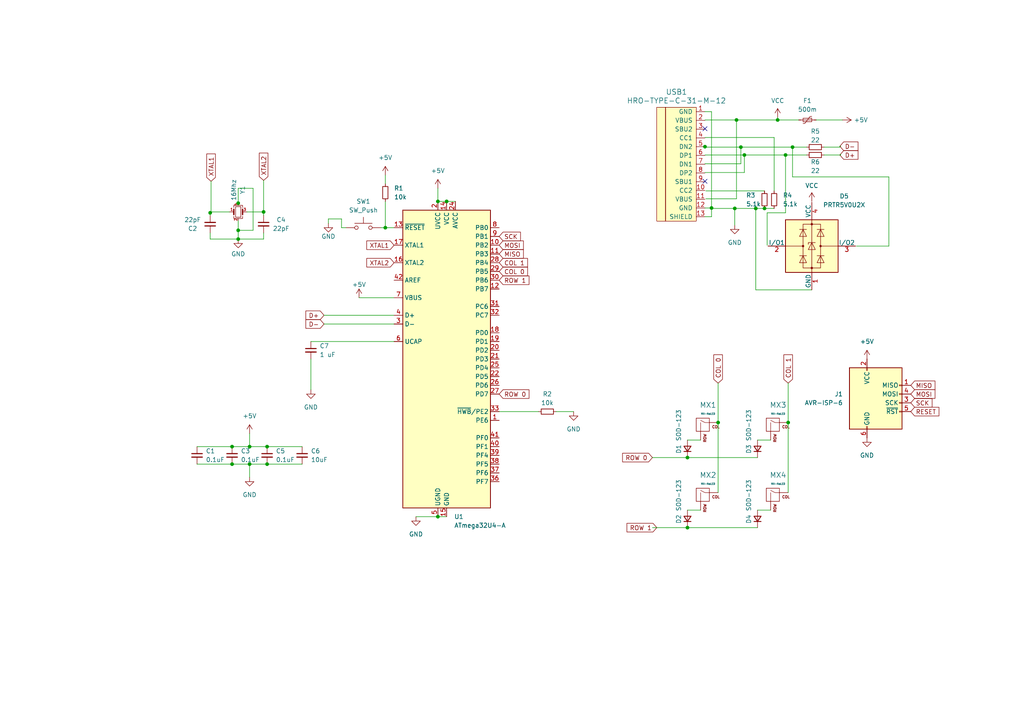
<source format=kicad_sch>
(kicad_sch (version 20230121) (generator eeschema)
  (paper "A4")
  (lib_symbols
    (symbol "Connector:AVR-ISP-6" (pin_names (offset 1.016))
      (property "Reference" "J" (at -6.35 11.43 0))
      (property "Value" "AVR-ISP-6" (at 0 11.43 0))
      (symbol "AVR-ISP-6_0_1"
        (rectangle (start -2.667 -6.858) (end -2.413 -7.62))
        (rectangle (start -2.667 10.16) (end -2.413 9.398))
        (rectangle (start 7.62 -2.413) (end 6.858 -2.667))
        (rectangle (start 7.62 0.127) (end 6.858 -0.127))
        (rectangle (start 7.62 2.667) (end 6.858 2.413))
        (rectangle (start 7.62 5.207) (end 6.858 4.953))
        (rectangle (start 7.62 10.16) (end -7.62 -7.62) (stroke (width 0.254)) (fill (type background)))
      )
      (symbol "AVR-ISP-6_1_1"
        (pin passive line (at 10.16 5.08 180) (length 2.54) (name "MISO") (number "1"))
        (pin passive line (at -2.54 12.7 270) (length 2.54) (name "VCC") (number "2"))
        (pin passive line (at 10.16 0 180) (length 2.54) (name "SCK") (number "3"))
        (pin passive line (at 10.16 2.54 180) (length 2.54) (name "MOSI") (number "4"))
        (pin passive line (at 10.16 -2.54 180) (length 2.54) (name "~{RST}") (number "5"))
        (pin passive line (at -2.54 -10.16 90) (length 2.54) (name "GND") (number "6"))
      )
    )
    (symbol "Device:C_Small" (pin_numbers hide) (pin_names (offset 0.254) hide)
      (property "Reference" "C" (at 0.254 1.778 0))
      (property "Value" "C_Small" (at 0.254 -2.032 0))
      (symbol "C_Small_0_1"
        (polyline (pts (xy -1.524 -0.508) (xy 1.524 -0.508)) (stroke (width 0.3302)))
        (polyline (pts (xy -1.524 0.508) (xy 1.524 0.508)) (stroke (width 0.3048)))
      )
      (symbol "C_Small_1_1"
        (pin passive line (at 0 2.54 270) (length 2.032) (name "~") (number "1"))
        (pin passive line (at 0 -2.54 90) (length 2.032) (name "~") (number "2"))
      )
    )
    (symbol "Device:Crystal_GND24_Small" (pin_names (offset 1.016) hide)
      (property "Reference" "Y" (at 1.27 4.445 0))
      (property "Value" "Crystal_GND24_Small" (at 1.27 2.54 0))
      (symbol "Crystal_GND24_Small_0_1"
        (rectangle (start -0.762 -1.524) (end 0.762 1.524))
        (polyline (pts (xy -1.27 -0.762) (xy -1.27 0.762)) (stroke (width 0.381)))
        (polyline (pts (xy 1.27 -0.762) (xy 1.27 0.762)) (stroke (width 0.381)))
        (polyline (pts (xy -1.27 -1.27) (xy -1.27 -1.905) (xy 1.27 -1.905) (xy 1.27 -1.27)))
        (polyline (pts (xy -1.27 1.27) (xy -1.27 1.905) (xy 1.27 1.905) (xy 1.27 1.27)))
      )
      (symbol "Crystal_GND24_Small_1_1"
        (pin passive line (at -2.54 0 0) (length 1.27) (name "1") (number "1"))
        (pin passive line (at 0 -2.54 90) (length 0.635) (name "2") (number "2"))
        (pin passive line (at 2.54 0 180) (length 1.27) (name "3") (number "3"))
        (pin passive line (at 0 2.54 270) (length 0.635) (name "4") (number "4"))
      )
    )
    (symbol "Device:D_Small" (pin_numbers hide) (pin_names (offset 0.254) hide)
      (property "Reference" "D" (at -1.27 2.032 0))
      (property "Value" "D_Small" (at -3.81 -2.032 0))
      (symbol "D_Small_0_1"
        (polyline (pts (xy -0.762 -1.016) (xy -0.762 1.016)) (stroke (width 0.254)))
        (polyline (pts (xy -0.762 0) (xy 0.762 0)))
        (polyline (pts (xy 0.762 -1.016) (xy -0.762 0) (xy 0.762 1.016) (xy 0.762 -1.016)) (stroke (width 0.254)))
      )
      (symbol "D_Small_1_1"
        (pin passive line (at -2.54 0 0) (length 1.778) (name "K") (number "1"))
        (pin passive line (at 2.54 0 180) (length 1.778) (name "A") (number "2"))
      )
    )
    (symbol "Device:Polyfuse_Small" (pin_numbers hide) (pin_names (offset 0))
      (property "Reference" "F" (at -1.905 0 90))
      (property "Value" "Polyfuse_Small" (at 1.905 0 90))
      (symbol "Polyfuse_Small_0_1"
        (rectangle (start -0.508 1.27) (end 0.508 -1.27))
        (polyline (pts (xy 0 2.54) (xy 0 -2.54)))
        (polyline (pts (xy -1.016 1.27) (xy -1.016 0.762) (xy 1.016 -0.762) (xy 1.016 -1.27)))
      )
      (symbol "Polyfuse_Small_1_1"
        (pin passive line (at 0 2.54 270) (length 0.635) (name "~") (number "1"))
        (pin passive line (at 0 -2.54 90) (length 0.635) (name "~") (number "2"))
      )
    )
    (symbol "Device:R_Small" (pin_numbers hide) (pin_names (offset 0.254) hide)
      (property "Reference" "R" (at 0.762 0.508 0))
      (property "Value" "R_Small" (at 0.762 -1.016 0))
      (symbol "R_Small_0_1"
        (rectangle (start -0.762 1.778) (end 0.762 -1.778) (stroke (width 0.2032)))
      )
      (symbol "R_Small_1_1"
        (pin passive line (at 0 2.54 270) (length 0.762) (name "~") (number "1"))
        (pin passive line (at 0 -2.54 90) (length 0.762) (name "~") (number "2"))
      )
    )
    (symbol "MCU_Microchip_ATmega:ATmega32U4-A"
      (property "Reference" "U" (at -12.7 44.45 0))
      (property "Value" "ATmega32U4-A" (at 2.54 -44.45 0))
      (symbol "ATmega32U4-A_0_1"
        (rectangle (start -12.7 -43.18) (end 12.7 43.18) (stroke (width 0.254)) (fill (type background)))
      )
      (symbol "ATmega32U4-A_1_1"
        (pin bidirectional line (at 15.24 -17.78 180) (length 2.54) (name "PE6") (number "1"))
        (pin bidirectional line (at 15.24 33.02 180) (length 2.54) (name "PB2") (number "10"))
        (pin bidirectional line (at 15.24 30.48 180) (length 2.54) (name "PB3") (number "11"))
        (pin bidirectional line (at 15.24 20.32 180) (length 2.54) (name "PB7") (number "12"))
        (pin input line (at -15.24 38.1 0) (length 2.54) (name "~{RESET}") (number "13"))
        (pin power_in line (at 0 45.72 270) (length 2.54) (name "VCC") (number "14"))
        (pin power_in line (at 0 -45.72 90) (length 2.54) (name "GND") (number "15"))
        (pin output line (at -15.24 27.94 0) (length 2.54) (name "XTAL2") (number "16"))
        (pin input line (at -15.24 33.02 0) (length 2.54) (name "XTAL1") (number "17"))
        (pin bidirectional line (at 15.24 7.62 180) (length 2.54) (name "PD0") (number "18"))
        (pin bidirectional line (at 15.24 5.08 180) (length 2.54) (name "PD1") (number "19"))
        (pin power_in line (at -2.54 45.72 270) (length 2.54) (name "UVCC") (number "2"))
        (pin bidirectional line (at 15.24 2.54 180) (length 2.54) (name "PD2") (number "20"))
        (pin bidirectional line (at 15.24 0 180) (length 2.54) (name "PD3") (number "21"))
        (pin bidirectional line (at 15.24 -5.08 180) (length 2.54) (name "PD5") (number "22"))
        (pin passive line (at 0 -45.72 90) (length 2.54) hide (name "GND") (number "23"))
        (pin power_in line (at 2.54 45.72 270) (length 2.54) (name "AVCC") (number "24"))
        (pin bidirectional line (at 15.24 -2.54 180) (length 2.54) (name "PD4") (number "25"))
        (pin bidirectional line (at 15.24 -7.62 180) (length 2.54) (name "PD6") (number "26"))
        (pin bidirectional line (at 15.24 -10.16 180) (length 2.54) (name "PD7") (number "27"))
        (pin bidirectional line (at 15.24 27.94 180) (length 2.54) (name "PB4") (number "28"))
        (pin bidirectional line (at 15.24 25.4 180) (length 2.54) (name "PB5") (number "29"))
        (pin bidirectional line (at -15.24 10.16 0) (length 2.54) (name "D-") (number "3"))
        (pin bidirectional line (at 15.24 22.86 180) (length 2.54) (name "PB6") (number "30"))
        (pin bidirectional line (at 15.24 15.24 180) (length 2.54) (name "PC6") (number "31"))
        (pin bidirectional line (at 15.24 12.7 180) (length 2.54) (name "PC7") (number "32"))
        (pin bidirectional line (at 15.24 -15.24 180) (length 2.54) (name "~{HWB}/PE2") (number "33"))
        (pin passive line (at 0 45.72 270) (length 2.54) hide (name "VCC") (number "34"))
        (pin passive line (at 0 -45.72 90) (length 2.54) hide (name "GND") (number "35"))
        (pin bidirectional line (at 15.24 -35.56 180) (length 2.54) (name "PF7") (number "36"))
        (pin bidirectional line (at 15.24 -33.02 180) (length 2.54) (name "PF6") (number "37"))
        (pin bidirectional line (at 15.24 -30.48 180) (length 2.54) (name "PF5") (number "38"))
        (pin bidirectional line (at 15.24 -27.94 180) (length 2.54) (name "PF4") (number "39"))
        (pin bidirectional line (at -15.24 12.7 0) (length 2.54) (name "D+") (number "4"))
        (pin bidirectional line (at 15.24 -25.4 180) (length 2.54) (name "PF1") (number "40"))
        (pin bidirectional line (at 15.24 -22.86 180) (length 2.54) (name "PF0") (number "41"))
        (pin passive line (at -15.24 22.86 0) (length 2.54) (name "AREF") (number "42"))
        (pin passive line (at 0 -45.72 90) (length 2.54) hide (name "GND") (number "43"))
        (pin passive line (at 2.54 45.72 270) (length 2.54) hide (name "AVCC") (number "44"))
        (pin passive line (at -2.54 -45.72 90) (length 2.54) (name "UGND") (number "5"))
        (pin passive line (at -15.24 5.08 0) (length 2.54) (name "UCAP") (number "6"))
        (pin input line (at -15.24 17.78 0) (length 2.54) (name "VBUS") (number "7"))
        (pin bidirectional line (at 15.24 38.1 180) (length 2.54) (name "PB0") (number "8"))
        (pin bidirectional line (at 15.24 35.56 180) (length 2.54) (name "PB1") (number "9"))
      )
    )
    (symbol "MX_Alps_Hybrid:MX-NoLED" (pin_names (offset 1.016))
      (property "Reference" "MX" (at -0.635 3.81 0))
      (property "Value" "MX-NoLED" (at -0.635 1.27 0))
      (symbol "MX-NoLED_0_0"
        (rectangle (start -2.54 2.54) (end 1.27 -1.27))
        (polyline (pts (xy -1.27 -1.27) (xy -1.27 1.27)) (stroke (width 0.127)))
        (polyline (pts (xy 1.27 1.27) (xy 0 1.27) (xy -1.27 1.905)) (stroke (width 0.127)))
        (text "COL" (at 3.175 0 0) (effects (font (size 0.762 0.762))))
        (text "ROW" (at 0 -1.905 900) (effects (font (size 0.762 0.762)) (justify right)))
      )
      (symbol "MX-NoLED_1_1"
        (pin passive line (at 3.81 1.27 180) (length 2.54) (name "COL") (number "1"))
        (pin passive line (at -1.27 -3.81 90) (length 2.54) (name "ROW") (number "2"))
      )
    )
    (symbol "Power_Protection:PRTR5V0U2X" (pin_names (offset 0))
      (property "Reference" "D" (at 2.794 8.636 0))
      (property "Value" "PRTR5V0U2X" (at 8.128 -9.398 0))
      (symbol "PRTR5V0U2X_0_1"
        (rectangle (start -7.62 -7.62) (end 7.62 7.62) (stroke (width 0.254)) (fill (type background)))
        (circle (center -2.54 0) (radius 0.254) (fill (type outline)))
        (rectangle (start -2.54 6.35) (end 2.54 -6.35))
        (circle (center 0 -6.35) (radius 0.254) (fill (type outline)))
        (polyline (pts (xy -2.54 0) (xy -7.62 0)))
        (polyline (pts (xy -1.524 -2.794) (xy -3.556 -2.794)))
        (polyline (pts (xy -1.524 4.826) (xy -3.556 4.826)))
        (polyline (pts (xy 0 -7.62) (xy 0 7.62)))
        (polyline (pts (xy 1.524 -2.794) (xy 3.556 -2.794)))
        (polyline (pts (xy 1.524 4.826) (xy 3.556 4.826)))
        (polyline (pts (xy 2.54 0) (xy 7.62 0)))
        (polyline (pts (xy 1.016 1.016) (xy -1.016 1.016) (xy -1.016 0.508)))
        (polyline (pts (xy -3.556 -4.826) (xy -1.524 -4.826) (xy -2.54 -2.794) (xy -3.556 -4.826)))
        (polyline (pts (xy -3.556 2.794) (xy -1.524 2.794) (xy -2.54 4.826) (xy -3.556 2.794)))
        (polyline (pts (xy -1.016 -1.016) (xy 1.016 -1.016) (xy 0 1.016) (xy -1.016 -1.016)))
        (polyline (pts (xy 3.556 -4.826) (xy 1.524 -4.826) (xy 2.54 -2.794) (xy 3.556 -4.826)))
        (polyline (pts (xy 3.556 2.794) (xy 1.524 2.794) (xy 2.54 4.826) (xy 3.556 2.794)))
        (circle (center 0 6.35) (radius 0.254) (fill (type outline)))
        (circle (center 2.54 0) (radius 0.254) (fill (type outline)))
      )
      (symbol "PRTR5V0U2X_1_1"
        (pin passive line (at 0 -12.7 90) (length 5.08) (name "GND") (number "1"))
        (pin passive line (at -12.7 0 0) (length 5.08) (name "I/O1") (number "2"))
        (pin passive line (at 12.7 0 180) (length 5.08) (name "I/O2") (number "3"))
        (pin passive line (at 0 12.7 270) (length 5.08) (name "VCC") (number "4"))
      )
    )
    (symbol "Switch:SW_Push" (pin_numbers hide) (pin_names (offset 1.016) hide)
      (property "Reference" "SW" (at 1.27 2.54 0))
      (property "Value" "SW_Push" (at 0 -1.524 0))
      (symbol "SW_Push_0_1"
        (circle (center -2.032 0) (radius 0.508))
        (polyline (pts (xy 0 1.27) (xy 0 3.048)))
        (polyline (pts (xy 2.54 1.27) (xy -2.54 1.27)))
        (circle (center 2.032 0) (radius 0.508))
        (pin passive line (at -5.08 0 0) (length 2.54) (name "1") (number "1"))
        (pin passive line (at 5.08 0 180) (length 2.54) (name "2") (number "2"))
      )
    )
    (symbol "Type-C:HRO-TYPE-C-31-M-12" (pin_names (offset 1.016))
      (property "Reference" "USB" (at -5.08 16.51 0))
      (property "Value" "HRO-TYPE-C-31-M-12" (at -10.16 -1.27 90))
      (symbol "HRO-TYPE-C-31-M-12_0_1"
        (rectangle (start -11.43 15.24) (end -8.89 -17.78) (fill (type background)))
        (rectangle (start 0 -17.78) (end -8.89 15.24) (fill (type background)))
      )
      (symbol "HRO-TYPE-C-31-M-12_1_1"
        (pin input line (at 2.54 13.97 180) (length 2.54) (name "GND") (number "1"))
        (pin input line (at 2.54 -8.89 180) (length 2.54) (name "CC2") (number "10"))
        (pin input line (at 2.54 -11.43 180) (length 2.54) (name "VBUS") (number "11"))
        (pin input line (at 2.54 -13.97 180) (length 2.54) (name "GND") (number "12"))
        (pin input line (at 2.54 -16.51 180) (length 2.54) (name "SHIELD") (number "13"))
        (pin input line (at 2.54 11.43 180) (length 2.54) (name "VBUS") (number "2"))
        (pin input line (at 2.54 8.89 180) (length 2.54) (name "SBU2") (number "3"))
        (pin input line (at 2.54 6.35 180) (length 2.54) (name "CC1") (number "4"))
        (pin input line (at 2.54 3.81 180) (length 2.54) (name "DN2") (number "5"))
        (pin input line (at 2.54 1.27 180) (length 2.54) (name "DP1") (number "6"))
        (pin input line (at 2.54 -1.27 180) (length 2.54) (name "DN1") (number "7"))
        (pin input line (at 2.54 -3.81 180) (length 2.54) (name "DP2") (number "8"))
        (pin input line (at 2.54 -6.35 180) (length 2.54) (name "SBU1") (number "9"))
      )
    )
    (symbol "power:+5V" (power) (pin_names (offset 0))
      (property "Value" "+5V" (at 0 3.556 0))
      (symbol "+5V_0_1"
        (polyline (pts (xy -0.762 1.27) (xy 0 2.54)))
        (polyline (pts (xy 0 0) (xy 0 2.54)))
        (polyline (pts (xy 0 2.54) (xy 0.762 1.27)))
      )
      (symbol "+5V_1_1"
        (pin power_in line (at 0 0 90) (length 0) hide (name "+5V") (number "1"))
      )
    )
    (symbol "power:GND" (power) (pin_names (offset 0))
      (property "Value" "GND" (at 0 -3.81 0))
      (symbol "GND_0_1"
        (polyline (pts (xy 0 0) (xy 0 -1.27) (xy 1.27 -1.27) (xy 0 -2.54) (xy -1.27 -1.27) (xy 0 -1.27)))
      )
      (symbol "GND_1_1"
        (pin power_in line (at 0 0 270) (length 0) hide (name "GND") (number "1"))
      )
    )
    (symbol "power:VCC" (power) (pin_names (offset 0))
      (property "Value" "VCC" (at 0 3.81 0))
      (symbol "VCC_0_1"
        (polyline (pts (xy -0.762 1.27) (xy 0 2.54)))
        (polyline (pts (xy 0 0) (xy 0 2.54)))
        (polyline (pts (xy 0 2.54) (xy 0.762 1.27)))
      )
      (symbol "VCC_1_1"
        (pin power_in line (at 0 0 90) (length 0) hide (name "VCC") (number "1"))
      )
    )
  )
  (junction (at 69.088 69.342))
  (junction (at 219.202 60.452))
  (junction (at 72.39 129.54))
  (junction (at 221.742 60.452))
  (junction (at 129.54 58.42))
  (junction (at 77.47 129.54))
  (junction (at 199.39 132.715))
  (junction (at 229.87 42.672))
  (junction (at 111.76 66.04))
  (junction (at 77.47 134.62))
  (junction (at 67.31 134.62))
  (junction (at 199.39 153.035))
  (junction (at 76.454 61.468))
  (junction (at 214.884 42.672))
  (junction (at 69.088 66.802))
  (junction (at 67.31 129.54))
  (junction (at 206.375 60.325))
  (junction (at 227.838 44.958))
  (junction (at 72.39 134.62))
  (junction (at 225.552 34.798))
  (junction (at 69.088 58.928))
  (junction (at 215.9 44.958))
  (junction (at 127 149.86))
  (junction (at 60.96 61.722))
  (junction (at 127 58.42))
  (junction (at 228.6 122.555))
  (junction (at 213.614 34.798))
  (junction (at 204.47 42.545))
  (junction (at 213.106 60.452))
  (junction (at 208.28 122.555))
  (no_connect (at 204.47 37.338))
  (no_connect (at 204.47 52.578))
  (wire (pts (xy 189.23 132.715) (xy 199.39 132.715)))
  (wire (pts (xy 219.71 127.635) (xy 223.52 127.635)))
  (wire (pts (xy 204.47 42.672) (xy 214.884 42.672)))
  (wire (pts (xy 248.412 71.374) (xy 257.81 71.374)))
  (wire (pts (xy 213.614 57.658) (xy 213.614 34.798)))
  (wire (pts (xy 239.014 42.672) (xy 243.586 42.672)))
  (wire (pts (xy 204.47 60.325) (xy 206.375 60.325)))
  (wire (pts (xy 57.15 129.54) (xy 67.31 129.54)))
  (wire (pts (xy 204.47 42.418) (xy 204.47 42.545)))
  (wire (pts (xy 66.548 61.468) (xy 60.96 61.468)))
  (wire (pts (xy 57.15 134.62) (xy 67.31 134.62)))
  (wire (pts (xy 69.088 58.928) (xy 69.088 54.61)))
  (wire (pts (xy 127 54.61) (xy 127 58.42)))
  (wire (pts (xy 229.87 42.672) (xy 233.934 42.672)))
  (wire (pts (xy 189.23 153.035) (xy 199.39 153.035)))
  (wire (pts (xy 199.39 153.035) (xy 219.71 153.035)))
  (wire (pts (xy 221.742 60.452) (xy 219.202 60.452)))
  (wire (pts (xy 120.65 149.86) (xy 127 149.86)))
  (wire (pts (xy 144.78 119.38) (xy 156.21 119.38)))
  (wire (pts (xy 93.98 91.44) (xy 114.3 91.44)))
  (wire (pts (xy 204.47 44.958) (xy 215.9 44.958)))
  (wire (pts (xy 225.552 34.798) (xy 231.648 34.798)))
  (wire (pts (xy 69.088 69.342) (xy 76.454 69.342)))
  (wire (pts (xy 69.088 64.008) (xy 69.088 66.802)))
  (wire (pts (xy 204.47 42.545) (xy 204.47 42.672)))
  (wire (pts (xy 69.088 54.61) (xy 73.406 54.61)))
  (wire (pts (xy 229.87 51.308) (xy 229.87 42.672)))
  (wire (pts (xy 243.586 42.418) (xy 243.84 42.418)))
  (wire (pts (xy 243.84 44.704) (xy 243.84 44.958)))
  (wire (pts (xy 72.39 134.62) (xy 77.47 134.62)))
  (wire (pts (xy 127 58.42) (xy 129.54 58.42)))
  (wire (pts (xy 225.552 34.798) (xy 225.552 34.036)))
  (wire (pts (xy 61.214 61.722) (xy 60.96 61.722)))
  (wire (pts (xy 72.39 125.73) (xy 72.39 129.54)))
  (wire (pts (xy 111.76 50.8) (xy 111.76 53.34)))
  (wire (pts (xy 219.202 60.452) (xy 213.106 60.452)))
  (wire (pts (xy 222.504 71.12) (xy 222.504 61.722)))
  (wire (pts (xy 72.39 129.54) (xy 77.47 129.54)))
  (wire (pts (xy 206.375 32.385) (xy 206.375 60.325)))
  (wire (pts (xy 204.47 32.385) (xy 206.375 32.385)))
  (wire (pts (xy 204.47 39.878) (xy 224.536 39.878)))
  (wire (pts (xy 69.088 66.802) (xy 69.088 69.342)))
  (wire (pts (xy 221.742 60.452) (xy 221.742 60.706)))
  (wire (pts (xy 227.838 61.722) (xy 227.838 44.958)))
  (wire (pts (xy 76.454 61.468) (xy 76.454 62.484)))
  (wire (pts (xy 60.96 67.564) (xy 60.96 69.342)))
  (wire (pts (xy 204.47 34.798) (xy 213.614 34.798)))
  (wire (pts (xy 72.39 134.62) (xy 72.39 138.43)))
  (wire (pts (xy 76.454 67.564) (xy 76.454 69.342)))
  (wire (pts (xy 73.406 54.61) (xy 73.406 66.802)))
  (wire (pts (xy 93.98 93.98) (xy 114.3 93.98)))
  (wire (pts (xy 222.504 61.722) (xy 227.838 61.722)))
  (wire (pts (xy 90.17 104.14) (xy 90.17 113.03)))
  (wire (pts (xy 214.884 42.672) (xy 214.884 47.498)))
  (wire (pts (xy 227.838 44.958) (xy 233.934 44.958)))
  (wire (pts (xy 110.49 66.04) (xy 111.76 66.04)))
  (wire (pts (xy 199.39 132.715) (xy 219.71 132.715)))
  (wire (pts (xy 213.614 34.798) (xy 225.552 34.798)))
  (wire (pts (xy 77.47 129.54) (xy 87.63 129.54)))
  (wire (pts (xy 204.724 55.372) (xy 221.742 55.372)))
  (wire (pts (xy 236.728 34.798) (xy 244.348 34.798)))
  (wire (pts (xy 67.31 134.62) (xy 72.39 134.62)))
  (wire (pts (xy 224.536 39.878) (xy 224.536 55.372)))
  (wire (pts (xy 95.25 63.5) (xy 95.25 64.77)))
  (wire (pts (xy 214.884 42.672) (xy 229.87 42.672)))
  (wire (pts (xy 206.375 60.325) (xy 206.375 62.865)))
  (wire (pts (xy 224.536 60.452) (xy 221.996 60.452)))
  (wire (pts (xy 69.088 59.182) (xy 69.088 58.928)))
  (wire (pts (xy 213.106 65.278) (xy 213.106 60.452)))
  (wire (pts (xy 204.47 47.498) (xy 214.884 47.498)))
  (wire (pts (xy 204.47 62.865) (xy 206.375 62.865)))
  (wire (pts (xy 215.9 44.958) (xy 227.838 44.958)))
  (wire (pts (xy 99.06 66.04) (xy 99.06 63.5)))
  (wire (pts (xy 127 149.86) (xy 129.54 149.86)))
  (wire (pts (xy 243.586 42.672) (xy 243.586 42.418)))
  (wire (pts (xy 219.71 147.955) (xy 223.52 147.955)))
  (wire (pts (xy 257.81 71.374) (xy 257.81 51.308)))
  (wire (pts (xy 199.39 147.955) (xy 203.2 147.955)))
  (wire (pts (xy 219.202 60.452) (xy 219.202 84.074)))
  (wire (pts (xy 60.96 61.722) (xy 60.96 62.484)))
  (wire (pts (xy 208.28 111.125) (xy 208.28 122.555)))
  (wire (pts (xy 257.81 51.308) (xy 229.87 51.308)))
  (wire (pts (xy 100.33 66.04) (xy 99.06 66.04)))
  (wire (pts (xy 204.47 50.038) (xy 215.9 50.038)))
  (wire (pts (xy 77.47 134.62) (xy 87.63 134.62)))
  (wire (pts (xy 71.628 61.468) (xy 76.454 61.468)))
  (wire (pts (xy 90.17 99.06) (xy 114.3 99.06)))
  (wire (pts (xy 111.76 58.42) (xy 111.76 66.04)))
  (wire (pts (xy 215.9 50.038) (xy 215.9 44.958)))
  (wire (pts (xy 239.014 44.958) (xy 243.84 44.958)))
  (wire (pts (xy 228.6 111.125) (xy 228.6 122.555)))
  (wire (pts (xy 67.31 129.54) (xy 72.39 129.54)))
  (wire (pts (xy 60.96 61.468) (xy 60.96 61.722)))
  (wire (pts (xy 228.6 122.555) (xy 228.6 142.875)))
  (wire (pts (xy 204.724 57.658) (xy 213.614 57.658)))
  (wire (pts (xy 61.214 52.578) (xy 61.214 61.722)))
  (wire (pts (xy 235.458 84.074) (xy 219.202 84.074)))
  (wire (pts (xy 161.29 119.38) (xy 166.37 119.38)))
  (wire (pts (xy 99.06 63.5) (xy 95.25 63.5)))
  (wire (pts (xy 213.106 60.452) (xy 206.502 60.452)))
  (wire (pts (xy 114.3 86.36) (xy 104.14 86.36)))
  (wire (pts (xy 73.406 66.802) (xy 69.088 66.802)))
  (wire (pts (xy 129.54 58.42) (xy 132.08 58.42)))
  (wire (pts (xy 208.28 122.555) (xy 208.28 142.875)))
  (wire (pts (xy 111.76 66.04) (xy 114.3 66.04)))
  (wire (pts (xy 60.96 69.342) (xy 69.088 69.342)))
  (wire (pts (xy 76.454 52.324) (xy 76.454 61.468)))
  (wire (pts (xy 199.39 127.635) (xy 203.2 127.635)))
  (global_label "ROW 0" (shape input) (at 189.23 132.715 180) (property "Intersheetrefs" "${INTERSHEET_REFS}" (effects hide)))
  (global_label "ROW 1" (shape input) (at 190.5 153.035 180) (property "Intersheetrefs" "${INTERSHEET_REFS}" (effects hide)))
  (global_label "XTAL2" (shape input) (at 114.3 76.2 180) (property "Intersheetrefs" "${INTERSHEET_REFS}" (effects hide)))
  (global_label "D-" (shape input) (at 93.98 93.98 180) (property "Intersheetrefs" "${INTERSHEET_REFS}" (effects hide)))
  (global_label "COL 0" (shape input) (at 208.28 111.125 90) (property "Intersheetrefs" "${INTERSHEET_REFS}" (effects hide)))
  (global_label "MOSI" (shape input) (at 144.78 71.12 0) (property "Intersheetrefs" "${INTERSHEET_REFS}" (effects hide)))
  (global_label "D+" (shape input) (at 243.586 44.958 0) (property "Intersheetrefs" "${INTERSHEET_REFS}" (effects hide)))
  (global_label "D+" (shape input) (at 93.98 91.44 180) (property "Intersheetrefs" "${INTERSHEET_REFS}" (effects hide)))
  (global_label "ROW 1" (shape input) (at 144.78 81.28 0) (property "Intersheetrefs" "${INTERSHEET_REFS}" (effects hide)))
  (global_label "D-" (shape input) (at 243.586 42.418 0) (property "Intersheetrefs" "${INTERSHEET_REFS}" (effects hide)))
  (global_label "COL 1" (shape input) (at 144.78 76.2 0) (property "Intersheetrefs" "${INTERSHEET_REFS}" (effects hide)))
  (global_label "RESET" (shape input) (at 264.16 119.38 0) (property "Intersheetrefs" "${INTERSHEET_REFS}" (effects hide)))
  (global_label "SCK" (shape input) (at 264.16 116.84 0) (property "Intersheetrefs" "${INTERSHEET_REFS}" (effects hide)))
  (global_label "XTAL1" (shape input) (at 61.214 52.578 90) (property "Intersheetrefs" "${INTERSHEET_REFS}" (effects hide)))
  (global_label "XTAL2" (shape input) (at 76.454 52.324 90) (property "Intersheetrefs" "${INTERSHEET_REFS}" (effects hide)))
  (global_label "MISO" (shape input) (at 264.16 111.76 0) (property "Intersheetrefs" "${INTERSHEET_REFS}" (effects hide)))
  (global_label "MISO" (shape input) (at 144.78 73.66 0) (property "Intersheetrefs" "${INTERSHEET_REFS}" (effects hide)))
  (global_label "MOSI" (shape input) (at 264.16 114.3 0) (property "Intersheetrefs" "${INTERSHEET_REFS}" (effects hide)))
  (global_label "SCK" (shape input) (at 144.78 68.58 0) (property "Intersheetrefs" "${INTERSHEET_REFS}" (effects hide)))
  (global_label "COL 0" (shape input) (at 144.78 78.74 0) (property "Intersheetrefs" "${INTERSHEET_REFS}" (effects hide)))
  (global_label "ROW 0" (shape input) (at 144.78 114.3 0) (property "Intersheetrefs" "${INTERSHEET_REFS}" (effects hide)))
  (global_label "XTAL1" (shape input) (at 114.3 71.12 180) (property "Intersheetrefs" "${INTERSHEET_REFS}" (effects hide)))
  (global_label "COL 1" (shape input) (at 228.6 111.125 90) (property "Intersheetrefs" "${INTERSHEET_REFS}" (effects hide)))
  (symbol (lib_id "power:VCC") (at 225.552 34.036 0) (unit 1)
    (property "Reference" "#PWR012" (effects hide))
    (property "Value" "VCC" (at 225.552 29.21 0))
  )
  (symbol (lib_id "Switch:SW_Push") (at 105.41 66.04 0) (unit 1)
    (property "Reference" "SW1" (at 105.41 58.42 0))
    (property "Value" "SW_Push" (at 105.41 60.96 0))
    (property "Footprint" "random-keyboard-parts:SKQG-1155865" (effects hide))
  )
  (symbol (lib_id "Connector:AVR-ISP-6") (at 254 116.84 0) (unit 1)
    (property "Reference" "J1" (at 244.475 114.3 0) (effects (justify right)))
    (property "Value" "AVR-ISP-6" (at 244.475 116.84 0) (effects (justify right)))
    (property "Datasheet" " ~" (effects hide))
  )
  (symbol (lib_id "power:GND") (at 120.65 149.86 0) (unit 1)
    (property "Reference" "#PWR08" (effects hide))
    (property "Value" "GND" (at 120.65 154.94 0))
  )
  (symbol (lib_id "power:+5V") (at 72.39 125.73 0) (unit 1)
    (property "Reference" "#PWR02" (effects hide))
    (property "Value" "+5V" (at 72.39 120.65 0))
  )
  (symbol (lib_id "power:+5V") (at 111.76 50.8 0) (unit 1)
    (property "Reference" "#PWR07" (effects hide))
    (property "Value" "+5V" (at 111.76 45.72 0))
  )
  (symbol (lib_id "Device:R_Small") (at 236.474 44.958 90) (unit 1)
    (property "Reference" "R6" (at 236.474 46.99 90))
    (property "Value" "22" (at 236.474 49.53 90))
  )
  (symbol (lib_id "MCU_Microchip_ATmega:ATmega32U4-A") (at 129.54 104.14 0) (unit 1)
    (property "Reference" "U1" (at 131.7341 149.86 0) (effects (justify left)))
    (property "Value" "ATmega32U4-A" (at 131.7341 152.4 0) (effects (justify left)))
    (property "Footprint" "Package_QFP:TQFP-44_10x10mm_P0.8mm" (effects hide))
    (property "Datasheet" "http://ww1.microchip.com/downloads/en/DeviceDoc/Atmel-7766-8-bit-AVR-ATmega16U4-32U4_Datasheet.pdf" (effects hide))
  )
  (symbol (lib_id "Device:R_Small") (at 224.536 57.912 0) (unit 1)
    (property "Reference" "R4" (at 227.076 56.642 0) (effects (justify left)))
    (property "Value" "5.1k" (at 227.076 59.182 0) (effects (justify left)))
  )
  (symbol (lib_id "Device:C_Small") (at 76.454 65.024 0) (unit 1)
    (property "Reference" "C4" (at 81.5403 63.754 0))
    (property "Value" "22pF" (at 81.5403 66.294 0))
    (property "Footprint" "Capacitor_SMD:C_0805_2012Metric" (effects hide))
  )
  (symbol (lib_id "Device:Polyfuse_Small") (at 234.188 34.798 90) (unit 1)
    (property "Reference" "F1" (at 234.188 29.21 90))
    (property "Value" "500m" (at 234.188 31.75 90))
  )
  (symbol (lib_id "Device:C_Small") (at 90.17 101.6 0) (unit 1)
    (property "Reference" "C7" (at 92.71 100.3363 0) (effects (justify left)))
    (property "Value" "1 uF" (at 92.71 102.8763 0) (effects (justify left)))
    (property "Footprint" "Capacitor_SMD:C_0805_2012Metric" (effects hide))
  )
  (symbol (lib_id "Device:C_Small") (at 57.15 132.08 0) (unit 1)
    (property "Reference" "C1" (at 59.69 130.8163 0) (effects (justify left)))
    (property "Value" "0.1uF" (at 59.69 133.3563 0) (effects (justify left)))
    (property "Footprint" "Capacitor_SMD:C_0805_2012Metric" (effects hide))
  )
  (symbol (lib_id "power:GND") (at 166.37 119.38 0) (unit 1)
    (property "Reference" "#PWR010" (effects hide))
    (property "Value" "GND" (at 166.37 124.46 0))
  )
  (symbol (lib_id "power:GND") (at 69.088 69.342 0) (unit 1)
    (property "Reference" "#PWR01" (effects hide))
    (property "Value" "GND" (at 69.088 73.66 0))
  )
  (symbol (lib_id "Device:C_Small") (at 87.63 132.08 0) (unit 1)
    (property "Reference" "C6" (at 90.17 130.8163 0) (effects (justify left)))
    (property "Value" "10uF" (at 90.17 133.3563 0) (effects (justify left)))
    (property "Footprint" "Capacitor_SMD:C_0805_2012Metric" (effects hide))
  )
  (symbol (lib_id "power:+5V") (at 127 54.61 0) (unit 1)
    (property "Reference" "#PWR09" (effects hide))
    (property "Value" "+5V" (at 127 49.53 0))
  )
  (symbol (lib_id "Device:R_Small") (at 236.474 42.672 90) (unit 1)
    (property "Reference" "R5" (at 236.474 38.1 90))
    (property "Value" "22" (at 236.474 40.64 90))
  )
  (symbol (lib_id "Device:R_Small") (at 221.742 57.912 0) (unit 1)
    (property "Reference" "R3" (at 216.408 56.642 0) (effects (justify left)))
    (property "Value" "5.1k" (at 216.408 59.182 0) (effects (justify left)))
  )
  (symbol (lib_id "Power_Protection:PRTR5V0U2X") (at 235.458 71.374 0) (unit 1)
    (property "Reference" "D5" (at 244.856 56.896 0))
    (property "Value" "PRTR5V0U2X" (at 244.856 59.436 0))
    (property "Footprint" "Package_TO_SOT_SMD:SOT-143" (effects hide))
    (property "Datasheet" "https://assets.nexperia.com/documents/data-sheet/PRTR5V0U2X.pdf" (effects hide))
  )
  (symbol (lib_id "MX_Alps_Hybrid:MX-NoLED") (at 204.47 144.145 0) (unit 1)
    (property "Reference" "MX2" (at 205.3652 137.795 0) (effects (font (size 1.524 1.524))))
    (property "Value" "MX-NoLED" (at 205.3652 140.335 0) (effects (font (size 0.508 0.508))))
    (property "Footprint" "MX_Alps_Hybrid:MX-1U-NoLED" (effects hide))
  )
  (symbol (lib_id "power:+5V") (at 244.348 34.798 270) (unit 1)
    (property "Reference" "#PWR014" (effects hide))
    (property "Value" "+5V" (at 247.65 34.798 90) (effects (justify left)))
  )
  (symbol (lib_id "Device:D_Small") (at 219.71 150.495 90) (unit 1)
    (property "Reference" "D4" (at 217.17 149.225 0) (effects (justify right)))
    (property "Value" "SOD-123" (at 217.17 139.065 0) (effects (justify right)))
    (property "Footprint" "Diode_SMD:D_SOD-123" (effects hide))
    (property "Sim.Device" "D" (effects hide))
    (property "Sim.Pins" "1=K 2=A" (effects hide))
  )
  (symbol (lib_id "Device:R_Small") (at 111.76 55.88 180) (unit 1)
    (property "Reference" "R1" (at 114.3 54.61 0) (effects (justify right)))
    (property "Value" "10k" (at 114.3 57.15 0) (effects (justify right)))
    (property "Footprint" "Resistor_SMD:R_0805_2012Metric" (effects hide))
  )
  (symbol (lib_id "power:+5V") (at 251.46 104.14 0) (unit 1)
    (property "Reference" "#PWR015" (effects hide))
    (property "Value" "+5V" (at 251.46 99.06 0))
  )
  (symbol (lib_id "MX_Alps_Hybrid:MX-NoLED") (at 224.79 123.825 0) (unit 1)
    (property "Reference" "MX3" (at 225.6852 117.475 0) (effects (font (size 1.524 1.524))))
    (property "Value" "MX-NoLED" (at 225.6852 120.015 0) (effects (font (size 0.508 0.508))))
    (property "Footprint" "MX_Alps_Hybrid:MX-1U-NoLED" (effects hide))
  )
  (symbol (lib_id "power:+5V") (at 104.14 86.36 0) (unit 1)
    (property "Reference" "#PWR06" (effects hide))
    (property "Value" "+5V" (at 104.14 82.55 0))
  )
  (symbol (lib_id "power:GND") (at 72.39 138.43 0) (unit 1)
    (property "Reference" "#PWR03" (effects hide))
    (property "Value" "GND" (at 72.39 143.51 0))
  )
  (symbol (lib_id "power:GND") (at 213.106 65.278 0) (unit 1)
    (property "Reference" "#PWR011" (effects hide))
    (property "Value" "GND" (at 213.106 70.358 0))
  )
  (symbol (lib_id "Device:Crystal_GND24_Small") (at 69.088 61.468 0) (unit 1)
    (property "Reference" "Y1" (at 70.358 55.118 90))
    (property "Value" "16Mhz" (at 67.818 55.118 90))
    (property "Footprint" "Crystal:Crystal_SMD_3225-4Pin_3.2x2.5mm" (effects hide))
  )
  (symbol (lib_id "Device:C_Small") (at 60.96 65.024 180) (unit 1)
    (property "Reference" "C2" (at 55.8737 66.294 0))
    (property "Value" "22pF" (at 55.8737 63.754 0))
    (property "Footprint" "Capacitor_SMD:C_0805_2012Metric" (effects hide))
  )
  (symbol (lib_id "power:GND") (at 90.17 113.03 0) (unit 1)
    (property "Reference" "#PWR04" (effects hide))
    (property "Value" "GND" (at 90.17 118.11 0))
  )
  (symbol (lib_id "Device:D_Small") (at 219.71 130.175 90) (unit 1)
    (property "Reference" "D3" (at 217.17 128.905 0) (effects (justify right)))
    (property "Value" "SOD-123" (at 217.17 118.745 0) (effects (justify right)))
    (property "Footprint" "Diode_SMD:D_SOD-123" (effects hide))
    (property "Sim.Device" "D" (effects hide))
    (property "Sim.Pins" "1=K 2=A" (effects hide))
  )
  (symbol (lib_id "Device:R_Small") (at 158.75 119.38 90) (unit 1)
    (property "Reference" "R2" (at 158.75 114.3 90))
    (property "Value" "10k" (at 158.75 116.84 90))
    (property "Footprint" "Resistor_SMD:R_0805_2012Metric" (effects hide))
  )
  (symbol (lib_id "MX_Alps_Hybrid:MX-NoLED") (at 224.79 144.145 0) (unit 1)
    (property "Reference" "MX4" (at 225.6852 137.795 0) (effects (font (size 1.524 1.524))))
    (property "Value" "MX-NoLED" (at 225.6852 140.335 0) (effects (font (size 0.508 0.508))))
    (property "Footprint" "MX_Alps_Hybrid:MX-1U-NoLED" (effects hide))
  )
  (symbol (lib_id "power:VCC") (at 235.458 58.42 0) (unit 1)
    (property "Reference" "#PWR013" (effects hide))
    (property "Value" "VCC" (at 235.458 53.848 0))
  )
  (symbol (lib_id "Device:D_Small") (at 199.39 130.175 90) (unit 1)
    (property "Reference" "D1" (at 196.85 128.905 0) (effects (justify right)))
    (property "Value" "SOD-123" (at 196.85 118.745 0) (effects (justify right)))
    (property "Footprint" "Diode_SMD:D_SOD-123" (effects hide))
    (property "Sim.Device" "D" (effects hide))
    (property "Sim.Pins" "1=K 2=A" (effects hide))
  )
  (symbol (lib_id "power:GND") (at 251.46 127 0) (unit 1)
    (property "Reference" "#PWR016" (effects hide))
    (property "Value" "GND" (at 251.46 132.08 0))
  )
  (symbol (lib_id "Device:C_Small") (at 77.47 132.08 0) (unit 1)
    (property "Reference" "C5" (at 80.01 130.8163 0) (effects (justify left)))
    (property "Value" "0.1uF" (at 80.01 133.3563 0) (effects (justify left)))
    (property "Footprint" "Capacitor_SMD:C_0805_2012Metric" (effects hide))
  )
  (symbol (lib_id "Device:C_Small") (at 67.31 132.08 0) (unit 1)
    (property "Reference" "C3" (at 69.85 130.8163 0) (effects (justify left)))
    (property "Value" "0.1uF" (at 69.85 133.3563 0) (effects (justify left)))
    (property "Footprint" "Capacitor_SMD:C_0805_2012Metric" (effects hide))
  )
  (symbol (lib_id "power:GND") (at 95.25 64.77 0) (unit 1)
    (property "Reference" "#PWR05" (effects hide))
    (property "Value" "GND" (at 95.25 68.58 0))
  )
  (symbol (lib_id "MX_Alps_Hybrid:MX-NoLED") (at 204.47 123.825 0) (unit 1)
    (property "Reference" "MX1" (at 205.3652 117.475 0) (effects (font (size 1.524 1.524))))
    (property "Value" "MX-NoLED" (at 205.3652 120.015 0) (effects (font (size 0.508 0.508))))
    (property "Footprint" "MX_Alps_Hybrid:MX-1U-NoLED" (effects hide))
  )
  (symbol (lib_id "Type-C:HRO-TYPE-C-31-M-12") (at 201.93 46.355 0) (unit 1)
    (property "Reference" "USB1" (at 196.215 26.67 0) (effects (font (size 1.524 1.524))))
    (property "Value" "HRO-TYPE-C-31-M-12" (at 196.215 29.21 0) (effects (font (size 1.524 1.524))))
  )
  (symbol (lib_id "Device:D_Small") (at 199.39 150.495 90) (unit 1)
    (property "Reference" "D2" (at 196.85 149.225 0) (effects (justify right)))
    (property "Value" "SOD-123" (at 196.85 139.065 0) (effects (justify right)))
    (property "Footprint" "Diode_SMD:D_SOD-123" (effects hide))
    (property "Sim.Device" "D" (effects hide))
    (property "Sim.Pins" "1=K 2=A" (effects hide))
  )
)
</source>
